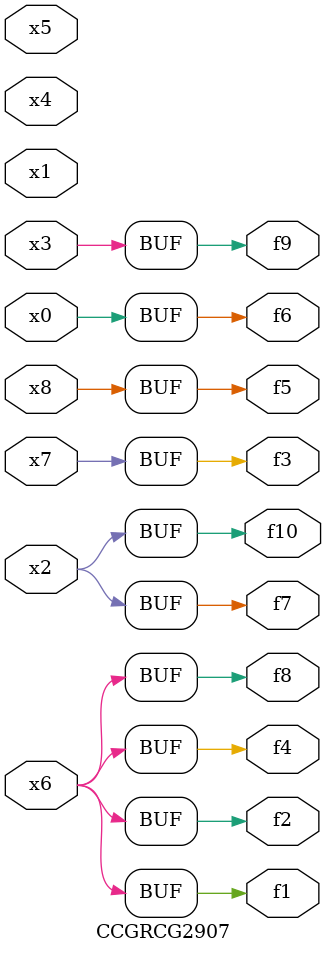
<source format=v>
module CCGRCG2907(
	input x0, x1, x2, x3, x4, x5, x6, x7, x8,
	output f1, f2, f3, f4, f5, f6, f7, f8, f9, f10
);
	assign f1 = x6;
	assign f2 = x6;
	assign f3 = x7;
	assign f4 = x6;
	assign f5 = x8;
	assign f6 = x0;
	assign f7 = x2;
	assign f8 = x6;
	assign f9 = x3;
	assign f10 = x2;
endmodule

</source>
